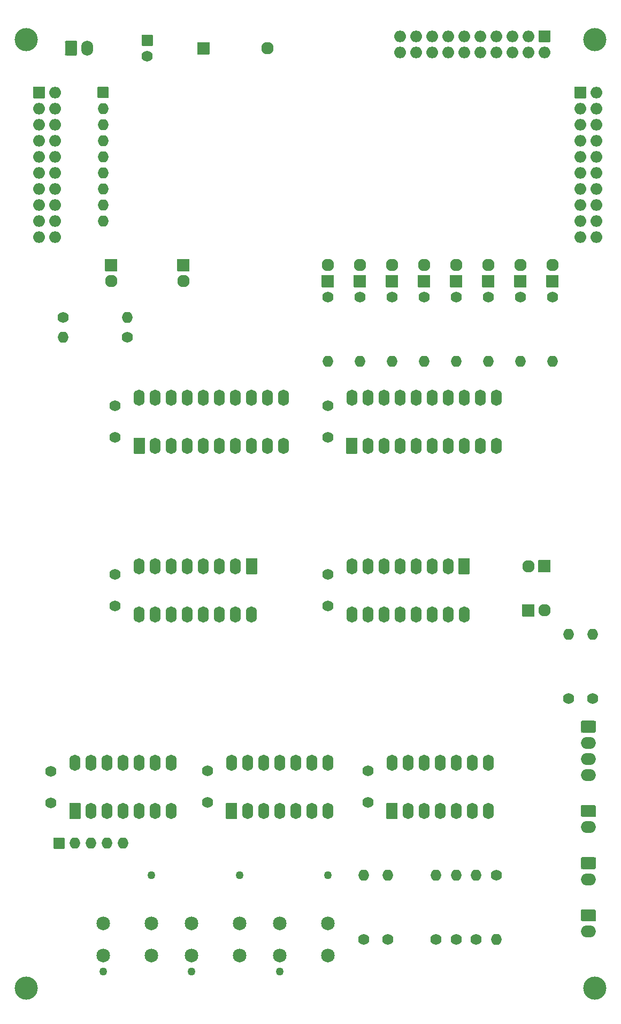
<source format=gbr>
G04 #@! TF.GenerationSoftware,KiCad,Pcbnew,(5.1.7)-1*
G04 #@! TF.CreationDate,2020-12-22T22:20:37+01:00*
G04 #@! TF.ProjectId,Akku,416b6b75-2e6b-4696-9361-645f70636258,rev?*
G04 #@! TF.SameCoordinates,Original*
G04 #@! TF.FileFunction,Soldermask,Top*
G04 #@! TF.FilePolarity,Negative*
%FSLAX46Y46*%
G04 Gerber Fmt 4.6, Leading zero omitted, Abs format (unit mm)*
G04 Created by KiCad (PCBNEW (5.1.7)-1) date 2020-12-22 22:20:37*
%MOMM*%
%LPD*%
G01*
G04 APERTURE LIST*
%ADD10O,1.760000X1.760000*%
%ADD11C,3.660000*%
%ADD12O,2.350000X1.900000*%
%ADD13O,1.960000X1.960000*%
%ADD14C,1.760000*%
%ADD15O,1.860000X1.860000*%
%ADD16C,1.960000*%
%ADD17O,1.900000X2.350000*%
%ADD18C,2.160000*%
%ADD19C,1.260000*%
%ADD20O,1.760000X2.560000*%
%ADD21C,0.100000*%
G04 APERTURE END LIST*
D10*
X62865000Y-81915000D03*
X62865000Y-79375000D03*
X62865000Y-76835000D03*
X62865000Y-74295000D03*
X62865000Y-71755000D03*
X62865000Y-69215000D03*
X62865000Y-66675000D03*
X62865000Y-64135000D03*
G36*
G01*
X62065000Y-60715000D02*
X63665000Y-60715000D01*
G75*
G02*
X63745000Y-60795000I0J-80000D01*
G01*
X63745000Y-62395000D01*
G75*
G02*
X63665000Y-62475000I-80000J0D01*
G01*
X62065000Y-62475000D01*
G75*
G02*
X61985000Y-62395000I0J80000D01*
G01*
X61985000Y-60795000D01*
G75*
G02*
X62065000Y-60715000I80000J0D01*
G01*
G37*
D11*
X50720000Y-203260000D03*
X140720000Y-203260000D03*
X140720000Y-53260000D03*
X50720000Y-53260000D03*
D12*
X139700000Y-186055000D03*
G36*
G01*
X138797987Y-182565000D02*
X140602013Y-182565000D01*
G75*
G02*
X140875000Y-182837987I0J-272987D01*
G01*
X140875000Y-184192013D01*
G75*
G02*
X140602013Y-184465000I-272987J0D01*
G01*
X138797987Y-184465000D01*
G75*
G02*
X138525000Y-184192013I0J272987D01*
G01*
X138525000Y-182837987D01*
G75*
G02*
X138797987Y-182565000I272987J0D01*
G01*
G37*
X139700000Y-194310000D03*
G36*
G01*
X138797987Y-190820000D02*
X140602013Y-190820000D01*
G75*
G02*
X140875000Y-191092987I0J-272987D01*
G01*
X140875000Y-192447013D01*
G75*
G02*
X140602013Y-192720000I-272987J0D01*
G01*
X138797987Y-192720000D01*
G75*
G02*
X138525000Y-192447013I0J272987D01*
G01*
X138525000Y-191092987D01*
G75*
G02*
X138797987Y-190820000I272987J0D01*
G01*
G37*
D13*
X88900000Y-54610000D03*
G36*
G01*
X77760000Y-55510000D02*
X77760000Y-53710000D01*
G75*
G02*
X77840000Y-53630000I80000J0D01*
G01*
X79640000Y-53630000D01*
G75*
G02*
X79720000Y-53710000I0J-80000D01*
G01*
X79720000Y-55510000D01*
G75*
G02*
X79640000Y-55590000I-80000J0D01*
G01*
X77840000Y-55590000D01*
G75*
G02*
X77760000Y-55510000I0J80000D01*
G01*
G37*
D14*
X104775000Y-168910000D03*
X104775000Y-173910000D03*
X54610000Y-168990000D03*
X54610000Y-173990000D03*
X64770000Y-111125000D03*
X64770000Y-116125000D03*
X98425000Y-137795000D03*
X98425000Y-142795000D03*
X64770000Y-142795000D03*
X64770000Y-137795000D03*
X98425000Y-111125000D03*
X98425000Y-116125000D03*
X69850000Y-55840000D03*
G36*
G01*
X69050000Y-52460000D02*
X70650000Y-52460000D01*
G75*
G02*
X70730000Y-52540000I0J-80000D01*
G01*
X70730000Y-54140000D01*
G75*
G02*
X70650000Y-54220000I-80000J0D01*
G01*
X69050000Y-54220000D01*
G75*
G02*
X68970000Y-54140000I0J80000D01*
G01*
X68970000Y-52540000D01*
G75*
G02*
X69050000Y-52460000I80000J0D01*
G01*
G37*
X79375000Y-168910000D03*
X79375000Y-173910000D03*
D15*
X55245000Y-84455000D03*
X52705000Y-84455000D03*
X55245000Y-81915000D03*
X52705000Y-81915000D03*
X55245000Y-79375000D03*
X52705000Y-79375000D03*
X55245000Y-76835000D03*
X52705000Y-76835000D03*
X55245000Y-74295000D03*
X52705000Y-74295000D03*
X55245000Y-71755000D03*
X52705000Y-71755000D03*
X55245000Y-69215000D03*
X52705000Y-69215000D03*
X55245000Y-66675000D03*
X52705000Y-66675000D03*
X55245000Y-64135000D03*
X52705000Y-64135000D03*
X55245000Y-61595000D03*
G36*
G01*
X51775000Y-62445000D02*
X51775000Y-60745000D01*
G75*
G02*
X51855000Y-60665000I80000J0D01*
G01*
X53555000Y-60665000D01*
G75*
G02*
X53635000Y-60745000I0J-80000D01*
G01*
X53635000Y-62445000D01*
G75*
G02*
X53555000Y-62525000I-80000J0D01*
G01*
X51855000Y-62525000D01*
G75*
G02*
X51775000Y-62445000I0J80000D01*
G01*
G37*
X109855000Y-55245000D03*
X109855000Y-52705000D03*
X112395000Y-55245000D03*
X112395000Y-52705000D03*
X114935000Y-55245000D03*
X114935000Y-52705000D03*
X117475000Y-55245000D03*
X117475000Y-52705000D03*
X120015000Y-55245000D03*
X120015000Y-52705000D03*
X122555000Y-55245000D03*
X122555000Y-52705000D03*
X125095000Y-55245000D03*
X125095000Y-52705000D03*
X127635000Y-55245000D03*
X127635000Y-52705000D03*
X130175000Y-55245000D03*
X130175000Y-52705000D03*
X132715000Y-55245000D03*
G36*
G01*
X131865000Y-51775000D02*
X133565000Y-51775000D01*
G75*
G02*
X133645000Y-51855000I0J-80000D01*
G01*
X133645000Y-53555000D01*
G75*
G02*
X133565000Y-53635000I-80000J0D01*
G01*
X131865000Y-53635000D01*
G75*
G02*
X131785000Y-53555000I0J80000D01*
G01*
X131785000Y-51855000D01*
G75*
G02*
X131865000Y-51775000I80000J0D01*
G01*
G37*
X140970000Y-84455000D03*
X138430000Y-84455000D03*
X140970000Y-81915000D03*
X138430000Y-81915000D03*
X140970000Y-79375000D03*
X138430000Y-79375000D03*
X140970000Y-76835000D03*
X138430000Y-76835000D03*
X140970000Y-74295000D03*
X138430000Y-74295000D03*
X140970000Y-71755000D03*
X138430000Y-71755000D03*
X140970000Y-69215000D03*
X138430000Y-69215000D03*
X140970000Y-66675000D03*
X138430000Y-66675000D03*
X140970000Y-64135000D03*
X138430000Y-64135000D03*
X140970000Y-61595000D03*
G36*
G01*
X137500000Y-62445000D02*
X137500000Y-60745000D01*
G75*
G02*
X137580000Y-60665000I80000J0D01*
G01*
X139280000Y-60665000D01*
G75*
G02*
X139360000Y-60745000I0J-80000D01*
G01*
X139360000Y-62445000D01*
G75*
G02*
X139280000Y-62525000I-80000J0D01*
G01*
X137580000Y-62525000D01*
G75*
G02*
X137500000Y-62445000I0J80000D01*
G01*
G37*
D10*
X133985000Y-104140000D03*
D14*
X133985000Y-93980000D03*
D10*
X128905000Y-104140000D03*
D14*
X128905000Y-93980000D03*
D10*
X123825000Y-104140000D03*
D14*
X123825000Y-93980000D03*
D10*
X118745000Y-104140000D03*
D14*
X118745000Y-93980000D03*
D10*
X113665000Y-104140000D03*
D14*
X113665000Y-93980000D03*
D10*
X108585000Y-104140000D03*
D14*
X108585000Y-93980000D03*
D10*
X103505000Y-104140000D03*
D14*
X103505000Y-93980000D03*
D10*
X66675000Y-97155000D03*
D14*
X56515000Y-97155000D03*
D10*
X98425000Y-104140000D03*
D14*
X98425000Y-93980000D03*
D10*
X125095000Y-195580000D03*
D14*
X125095000Y-185420000D03*
D10*
X140335000Y-147320000D03*
D14*
X140335000Y-157480000D03*
D10*
X136525000Y-147320000D03*
D14*
X136525000Y-157480000D03*
D10*
X56515000Y-100330000D03*
D14*
X66675000Y-100330000D03*
D10*
X104140000Y-185420000D03*
D14*
X104140000Y-195580000D03*
D10*
X107950000Y-185420000D03*
D14*
X107950000Y-195580000D03*
D16*
X133985000Y-88900000D03*
G36*
G01*
X134885000Y-92420000D02*
X133085000Y-92420000D01*
G75*
G02*
X133005000Y-92340000I0J80000D01*
G01*
X133005000Y-90540000D01*
G75*
G02*
X133085000Y-90460000I80000J0D01*
G01*
X134885000Y-90460000D01*
G75*
G02*
X134965000Y-90540000I0J-80000D01*
G01*
X134965000Y-92340000D01*
G75*
G02*
X134885000Y-92420000I-80000J0D01*
G01*
G37*
X128905000Y-88900000D03*
G36*
G01*
X129805000Y-92420000D02*
X128005000Y-92420000D01*
G75*
G02*
X127925000Y-92340000I0J80000D01*
G01*
X127925000Y-90540000D01*
G75*
G02*
X128005000Y-90460000I80000J0D01*
G01*
X129805000Y-90460000D01*
G75*
G02*
X129885000Y-90540000I0J-80000D01*
G01*
X129885000Y-92340000D01*
G75*
G02*
X129805000Y-92420000I-80000J0D01*
G01*
G37*
X123825000Y-88900000D03*
G36*
G01*
X124725000Y-92420000D02*
X122925000Y-92420000D01*
G75*
G02*
X122845000Y-92340000I0J80000D01*
G01*
X122845000Y-90540000D01*
G75*
G02*
X122925000Y-90460000I80000J0D01*
G01*
X124725000Y-90460000D01*
G75*
G02*
X124805000Y-90540000I0J-80000D01*
G01*
X124805000Y-92340000D01*
G75*
G02*
X124725000Y-92420000I-80000J0D01*
G01*
G37*
X118745000Y-88900000D03*
G36*
G01*
X119645000Y-92420000D02*
X117845000Y-92420000D01*
G75*
G02*
X117765000Y-92340000I0J80000D01*
G01*
X117765000Y-90540000D01*
G75*
G02*
X117845000Y-90460000I80000J0D01*
G01*
X119645000Y-90460000D01*
G75*
G02*
X119725000Y-90540000I0J-80000D01*
G01*
X119725000Y-92340000D01*
G75*
G02*
X119645000Y-92420000I-80000J0D01*
G01*
G37*
X113665000Y-88900000D03*
G36*
G01*
X114565000Y-92420000D02*
X112765000Y-92420000D01*
G75*
G02*
X112685000Y-92340000I0J80000D01*
G01*
X112685000Y-90540000D01*
G75*
G02*
X112765000Y-90460000I80000J0D01*
G01*
X114565000Y-90460000D01*
G75*
G02*
X114645000Y-90540000I0J-80000D01*
G01*
X114645000Y-92340000D01*
G75*
G02*
X114565000Y-92420000I-80000J0D01*
G01*
G37*
X64135000Y-91440000D03*
G36*
G01*
X63235000Y-87920000D02*
X65035000Y-87920000D01*
G75*
G02*
X65115000Y-88000000I0J-80000D01*
G01*
X65115000Y-89800000D01*
G75*
G02*
X65035000Y-89880000I-80000J0D01*
G01*
X63235000Y-89880000D01*
G75*
G02*
X63155000Y-89800000I0J80000D01*
G01*
X63155000Y-88000000D01*
G75*
G02*
X63235000Y-87920000I80000J0D01*
G01*
G37*
X108585000Y-88900000D03*
G36*
G01*
X109485000Y-92420000D02*
X107685000Y-92420000D01*
G75*
G02*
X107605000Y-92340000I0J80000D01*
G01*
X107605000Y-90540000D01*
G75*
G02*
X107685000Y-90460000I80000J0D01*
G01*
X109485000Y-90460000D01*
G75*
G02*
X109565000Y-90540000I0J-80000D01*
G01*
X109565000Y-92340000D01*
G75*
G02*
X109485000Y-92420000I-80000J0D01*
G01*
G37*
X103505000Y-88900000D03*
G36*
G01*
X104405000Y-92420000D02*
X102605000Y-92420000D01*
G75*
G02*
X102525000Y-92340000I0J80000D01*
G01*
X102525000Y-90540000D01*
G75*
G02*
X102605000Y-90460000I80000J0D01*
G01*
X104405000Y-90460000D01*
G75*
G02*
X104485000Y-90540000I0J-80000D01*
G01*
X104485000Y-92340000D01*
G75*
G02*
X104405000Y-92420000I-80000J0D01*
G01*
G37*
X98425000Y-88900000D03*
G36*
G01*
X99325000Y-92420000D02*
X97525000Y-92420000D01*
G75*
G02*
X97445000Y-92340000I0J80000D01*
G01*
X97445000Y-90540000D01*
G75*
G02*
X97525000Y-90460000I80000J0D01*
G01*
X99325000Y-90460000D01*
G75*
G02*
X99405000Y-90540000I0J-80000D01*
G01*
X99405000Y-92340000D01*
G75*
G02*
X99325000Y-92420000I-80000J0D01*
G01*
G37*
G36*
G01*
X133695000Y-135625000D02*
X133695000Y-137425000D01*
G75*
G02*
X133615000Y-137505000I-80000J0D01*
G01*
X131815000Y-137505000D01*
G75*
G02*
X131735000Y-137425000I0J80000D01*
G01*
X131735000Y-135625000D01*
G75*
G02*
X131815000Y-135545000I80000J0D01*
G01*
X133615000Y-135545000D01*
G75*
G02*
X133695000Y-135625000I0J-80000D01*
G01*
G37*
X130175000Y-136525000D03*
G36*
G01*
X129195000Y-144410000D02*
X129195000Y-142610000D01*
G75*
G02*
X129275000Y-142530000I80000J0D01*
G01*
X131075000Y-142530000D01*
G75*
G02*
X131155000Y-142610000I0J-80000D01*
G01*
X131155000Y-144410000D01*
G75*
G02*
X131075000Y-144490000I-80000J0D01*
G01*
X129275000Y-144490000D01*
G75*
G02*
X129195000Y-144410000I0J80000D01*
G01*
G37*
X132715000Y-143510000D03*
X75565000Y-91440000D03*
G36*
G01*
X74665000Y-87920000D02*
X76465000Y-87920000D01*
G75*
G02*
X76545000Y-88000000I0J-80000D01*
G01*
X76545000Y-89800000D01*
G75*
G02*
X76465000Y-89880000I-80000J0D01*
G01*
X74665000Y-89880000D01*
G75*
G02*
X74585000Y-89800000I0J80000D01*
G01*
X74585000Y-88000000D01*
G75*
G02*
X74665000Y-87920000I80000J0D01*
G01*
G37*
D12*
X139700000Y-177800000D03*
G36*
G01*
X138797987Y-174310000D02*
X140602013Y-174310000D01*
G75*
G02*
X140875000Y-174582987I0J-272987D01*
G01*
X140875000Y-175937013D01*
G75*
G02*
X140602013Y-176210000I-272987J0D01*
G01*
X138797987Y-176210000D01*
G75*
G02*
X138525000Y-175937013I0J272987D01*
G01*
X138525000Y-174582987D01*
G75*
G02*
X138797987Y-174310000I272987J0D01*
G01*
G37*
X139700000Y-169545000D03*
X139700000Y-167005000D03*
X139700000Y-164465000D03*
G36*
G01*
X138797987Y-160975000D02*
X140602013Y-160975000D01*
G75*
G02*
X140875000Y-161247987I0J-272987D01*
G01*
X140875000Y-162602013D01*
G75*
G02*
X140602013Y-162875000I-272987J0D01*
G01*
X138797987Y-162875000D01*
G75*
G02*
X138525000Y-162602013I0J272987D01*
G01*
X138525000Y-161247987D01*
G75*
G02*
X138797987Y-160975000I272987J0D01*
G01*
G37*
D17*
X60325000Y-54610000D03*
G36*
G01*
X56835000Y-55512013D02*
X56835000Y-53707987D01*
G75*
G02*
X57107987Y-53435000I272987J0D01*
G01*
X58462013Y-53435000D01*
G75*
G02*
X58735000Y-53707987I0J-272987D01*
G01*
X58735000Y-55512013D01*
G75*
G02*
X58462013Y-55785000I-272987J0D01*
G01*
X57107987Y-55785000D01*
G75*
G02*
X56835000Y-55512013I0J272987D01*
G01*
G37*
D18*
X76835000Y-198120000D03*
X76835000Y-193040000D03*
X84455000Y-198120000D03*
D19*
X84455000Y-185420000D03*
X76835000Y-200660000D03*
D18*
X84455000Y-193040000D03*
X62865000Y-198120000D03*
X62865000Y-193040000D03*
X70485000Y-198120000D03*
D19*
X70485000Y-185420000D03*
X62865000Y-200660000D03*
D18*
X70485000Y-193040000D03*
X90805000Y-198120000D03*
X90805000Y-193040000D03*
X98425000Y-198120000D03*
D19*
X98425000Y-185420000D03*
X90805000Y-200660000D03*
D18*
X98425000Y-193040000D03*
D10*
X115570000Y-185420000D03*
D14*
X115570000Y-195580000D03*
D10*
X121920000Y-185420000D03*
D14*
X121920000Y-195580000D03*
D10*
X118745000Y-185420000D03*
D14*
X118745000Y-195580000D03*
D20*
X102235000Y-109855000D03*
X125095000Y-117475000D03*
X104775000Y-109855000D03*
X122555000Y-117475000D03*
X107315000Y-109855000D03*
X120015000Y-117475000D03*
X109855000Y-109855000D03*
X117475000Y-117475000D03*
X112395000Y-109855000D03*
X114935000Y-117475000D03*
X114935000Y-109855000D03*
X112395000Y-117475000D03*
X117475000Y-109855000D03*
X109855000Y-117475000D03*
X120015000Y-109855000D03*
X107315000Y-117475000D03*
X122555000Y-109855000D03*
X104775000Y-117475000D03*
X125095000Y-109855000D03*
G36*
G01*
X103035000Y-118755000D02*
X101435000Y-118755000D01*
G75*
G02*
X101355000Y-118675000I0J80000D01*
G01*
X101355000Y-116275000D01*
G75*
G02*
X101435000Y-116195000I80000J0D01*
G01*
X103035000Y-116195000D01*
G75*
G02*
X103115000Y-116275000I0J-80000D01*
G01*
X103115000Y-118675000D01*
G75*
G02*
X103035000Y-118755000I-80000J0D01*
G01*
G37*
G36*
G01*
X119215000Y-135245000D02*
X120815000Y-135245000D01*
G75*
G02*
X120895000Y-135325000I0J-80000D01*
G01*
X120895000Y-137725000D01*
G75*
G02*
X120815000Y-137805000I-80000J0D01*
G01*
X119215000Y-137805000D01*
G75*
G02*
X119135000Y-137725000I0J80000D01*
G01*
X119135000Y-135325000D01*
G75*
G02*
X119215000Y-135245000I80000J0D01*
G01*
G37*
X102235000Y-144145000D03*
X117475000Y-136525000D03*
X104775000Y-144145000D03*
X114935000Y-136525000D03*
X107315000Y-144145000D03*
X112395000Y-136525000D03*
X109855000Y-144145000D03*
X109855000Y-136525000D03*
X112395000Y-144145000D03*
X107315000Y-136525000D03*
X114935000Y-144145000D03*
X104775000Y-136525000D03*
X117475000Y-144145000D03*
X102235000Y-136525000D03*
X120015000Y-144145000D03*
X68580000Y-109855000D03*
X91440000Y-117475000D03*
X71120000Y-109855000D03*
X88900000Y-117475000D03*
X73660000Y-109855000D03*
X86360000Y-117475000D03*
X76200000Y-109855000D03*
X83820000Y-117475000D03*
X78740000Y-109855000D03*
X81280000Y-117475000D03*
X81280000Y-109855000D03*
X78740000Y-117475000D03*
X83820000Y-109855000D03*
X76200000Y-117475000D03*
X86360000Y-109855000D03*
X73660000Y-117475000D03*
X88900000Y-109855000D03*
X71120000Y-117475000D03*
X91440000Y-109855000D03*
G36*
G01*
X69380000Y-118755000D02*
X67780000Y-118755000D01*
G75*
G02*
X67700000Y-118675000I0J80000D01*
G01*
X67700000Y-116275000D01*
G75*
G02*
X67780000Y-116195000I80000J0D01*
G01*
X69380000Y-116195000D01*
G75*
G02*
X69460000Y-116275000I0J-80000D01*
G01*
X69460000Y-118675000D01*
G75*
G02*
X69380000Y-118755000I-80000J0D01*
G01*
G37*
X86360000Y-144145000D03*
X68580000Y-136525000D03*
X83820000Y-144145000D03*
X71120000Y-136525000D03*
X81280000Y-144145000D03*
X73660000Y-136525000D03*
X78740000Y-144145000D03*
X76200000Y-136525000D03*
X76200000Y-144145000D03*
X78740000Y-136525000D03*
X73660000Y-144145000D03*
X81280000Y-136525000D03*
X71120000Y-144145000D03*
X83820000Y-136525000D03*
X68580000Y-144145000D03*
G36*
G01*
X85560000Y-135245000D02*
X87160000Y-135245000D01*
G75*
G02*
X87240000Y-135325000I0J-80000D01*
G01*
X87240000Y-137725000D01*
G75*
G02*
X87160000Y-137805000I-80000J0D01*
G01*
X85560000Y-137805000D01*
G75*
G02*
X85480000Y-137725000I0J80000D01*
G01*
X85480000Y-135325000D01*
G75*
G02*
X85560000Y-135245000I80000J0D01*
G01*
G37*
X83185000Y-167640000D03*
X98425000Y-175260000D03*
X85725000Y-167640000D03*
X95885000Y-175260000D03*
X88265000Y-167640000D03*
X93345000Y-175260000D03*
X90805000Y-167640000D03*
X90805000Y-175260000D03*
X93345000Y-167640000D03*
X88265000Y-175260000D03*
X95885000Y-167640000D03*
X85725000Y-175260000D03*
X98425000Y-167640000D03*
G36*
G01*
X83985000Y-176540000D02*
X82385000Y-176540000D01*
G75*
G02*
X82305000Y-176460000I0J80000D01*
G01*
X82305000Y-174060000D01*
G75*
G02*
X82385000Y-173980000I80000J0D01*
G01*
X83985000Y-173980000D01*
G75*
G02*
X84065000Y-174060000I0J-80000D01*
G01*
X84065000Y-176460000D01*
G75*
G02*
X83985000Y-176540000I-80000J0D01*
G01*
G37*
X58420000Y-167640000D03*
X73660000Y-175260000D03*
X60960000Y-167640000D03*
X71120000Y-175260000D03*
X63500000Y-167640000D03*
X68580000Y-175260000D03*
X66040000Y-167640000D03*
X66040000Y-175260000D03*
X68580000Y-167640000D03*
X63500000Y-175260000D03*
X71120000Y-167640000D03*
X60960000Y-175260000D03*
X73660000Y-167640000D03*
G36*
G01*
X59220000Y-176540000D02*
X57620000Y-176540000D01*
G75*
G02*
X57540000Y-176460000I0J80000D01*
G01*
X57540000Y-174060000D01*
G75*
G02*
X57620000Y-173980000I80000J0D01*
G01*
X59220000Y-173980000D01*
G75*
G02*
X59300000Y-174060000I0J-80000D01*
G01*
X59300000Y-176460000D01*
G75*
G02*
X59220000Y-176540000I-80000J0D01*
G01*
G37*
X108585000Y-167640000D03*
X123825000Y-175260000D03*
X111125000Y-167640000D03*
X121285000Y-175260000D03*
X113665000Y-167640000D03*
X118745000Y-175260000D03*
X116205000Y-167640000D03*
X116205000Y-175260000D03*
X118745000Y-167640000D03*
X113665000Y-175260000D03*
X121285000Y-167640000D03*
X111125000Y-175260000D03*
X123825000Y-167640000D03*
G36*
G01*
X109385000Y-176540000D02*
X107785000Y-176540000D01*
G75*
G02*
X107705000Y-176460000I0J80000D01*
G01*
X107705000Y-174060000D01*
G75*
G02*
X107785000Y-173980000I80000J0D01*
G01*
X109385000Y-173980000D01*
G75*
G02*
X109465000Y-174060000I0J-80000D01*
G01*
X109465000Y-176460000D01*
G75*
G02*
X109385000Y-176540000I-80000J0D01*
G01*
G37*
G36*
G01*
X55000000Y-181140000D02*
X55000000Y-179540000D01*
G75*
G02*
X55080000Y-179460000I80000J0D01*
G01*
X56680000Y-179460000D01*
G75*
G02*
X56760000Y-179540000I0J-80000D01*
G01*
X56760000Y-181140000D01*
G75*
G02*
X56680000Y-181220000I-80000J0D01*
G01*
X55080000Y-181220000D01*
G75*
G02*
X55000000Y-181140000I0J80000D01*
G01*
G37*
D10*
X58420000Y-180340000D03*
X60960000Y-180340000D03*
X63500000Y-180340000D03*
X66040000Y-180340000D03*
D21*
G36*
X140876165Y-192445387D02*
G01*
X140877000Y-192447013D01*
X140877000Y-192531282D01*
X140876990Y-192531478D01*
X140872882Y-192573190D01*
X140872806Y-192573575D01*
X140862454Y-192607699D01*
X140862304Y-192608061D01*
X140845500Y-192639500D01*
X140845282Y-192639826D01*
X140822664Y-192667387D01*
X140822387Y-192667664D01*
X140794826Y-192690282D01*
X140794500Y-192690500D01*
X140763061Y-192707304D01*
X140762699Y-192707454D01*
X140728575Y-192717806D01*
X140728190Y-192717882D01*
X140686478Y-192721990D01*
X140686282Y-192722000D01*
X140602013Y-192722000D01*
X140600281Y-192721000D01*
X140600281Y-192719000D01*
X140601817Y-192718010D01*
X140654875Y-192712785D01*
X140705712Y-192697363D01*
X140752560Y-192672322D01*
X140793623Y-192638623D01*
X140827322Y-192597560D01*
X140852363Y-192550712D01*
X140867785Y-192499875D01*
X140873010Y-192446817D01*
X140874175Y-192445191D01*
X140876165Y-192445387D01*
G37*
G36*
X138526990Y-192446817D02*
G01*
X138532215Y-192499875D01*
X138547637Y-192550712D01*
X138572678Y-192597560D01*
X138606377Y-192638623D01*
X138647440Y-192672322D01*
X138694288Y-192697363D01*
X138745125Y-192712785D01*
X138798183Y-192718010D01*
X138799809Y-192719175D01*
X138799613Y-192721165D01*
X138797987Y-192722000D01*
X138713718Y-192722000D01*
X138713522Y-192721990D01*
X138671810Y-192717882D01*
X138671425Y-192717806D01*
X138637301Y-192707454D01*
X138636939Y-192707304D01*
X138605500Y-192690500D01*
X138605174Y-192690282D01*
X138577613Y-192667664D01*
X138577336Y-192667387D01*
X138554718Y-192639826D01*
X138554500Y-192639500D01*
X138537696Y-192608061D01*
X138537546Y-192607699D01*
X138527194Y-192573575D01*
X138527118Y-192573190D01*
X138523010Y-192531478D01*
X138523000Y-192531282D01*
X138523000Y-192447013D01*
X138524000Y-192445281D01*
X138526000Y-192445281D01*
X138526990Y-192446817D01*
G37*
G36*
X138799719Y-190819000D02*
G01*
X138799719Y-190821000D01*
X138798183Y-190821990D01*
X138745125Y-190827215D01*
X138694288Y-190842637D01*
X138647440Y-190867678D01*
X138606377Y-190901377D01*
X138572678Y-190942440D01*
X138547637Y-190989288D01*
X138532215Y-191040125D01*
X138526990Y-191093183D01*
X138525825Y-191094809D01*
X138523835Y-191094613D01*
X138523000Y-191092987D01*
X138523000Y-191008718D01*
X138523010Y-191008522D01*
X138527118Y-190966810D01*
X138527194Y-190966425D01*
X138537546Y-190932301D01*
X138537696Y-190931939D01*
X138554500Y-190900500D01*
X138554718Y-190900174D01*
X138577336Y-190872613D01*
X138577613Y-190872336D01*
X138605174Y-190849718D01*
X138605500Y-190849500D01*
X138636939Y-190832696D01*
X138637301Y-190832546D01*
X138671425Y-190822194D01*
X138671810Y-190822118D01*
X138713522Y-190818010D01*
X138713718Y-190818000D01*
X138797987Y-190818000D01*
X138799719Y-190819000D01*
G37*
G36*
X140686478Y-190818010D02*
G01*
X140728190Y-190822118D01*
X140728575Y-190822194D01*
X140762699Y-190832546D01*
X140763061Y-190832696D01*
X140794500Y-190849500D01*
X140794826Y-190849718D01*
X140822387Y-190872336D01*
X140822664Y-190872613D01*
X140845282Y-190900174D01*
X140845500Y-190900500D01*
X140862304Y-190931939D01*
X140862454Y-190932301D01*
X140872806Y-190966425D01*
X140872882Y-190966810D01*
X140876990Y-191008522D01*
X140877000Y-191008718D01*
X140877000Y-191092987D01*
X140876000Y-191094719D01*
X140874000Y-191094719D01*
X140873010Y-191093183D01*
X140867785Y-191040125D01*
X140852363Y-190989288D01*
X140827322Y-190942440D01*
X140793623Y-190901377D01*
X140752560Y-190867678D01*
X140705712Y-190842637D01*
X140654875Y-190827215D01*
X140601817Y-190821990D01*
X140600191Y-190820825D01*
X140600387Y-190818835D01*
X140602013Y-190818000D01*
X140686282Y-190818000D01*
X140686478Y-190818010D01*
G37*
G36*
X140876165Y-184190387D02*
G01*
X140877000Y-184192013D01*
X140877000Y-184276282D01*
X140876990Y-184276478D01*
X140872882Y-184318190D01*
X140872806Y-184318575D01*
X140862454Y-184352699D01*
X140862304Y-184353061D01*
X140845500Y-184384500D01*
X140845282Y-184384826D01*
X140822664Y-184412387D01*
X140822387Y-184412664D01*
X140794826Y-184435282D01*
X140794500Y-184435500D01*
X140763061Y-184452304D01*
X140762699Y-184452454D01*
X140728575Y-184462806D01*
X140728190Y-184462882D01*
X140686478Y-184466990D01*
X140686282Y-184467000D01*
X140602013Y-184467000D01*
X140600281Y-184466000D01*
X140600281Y-184464000D01*
X140601817Y-184463010D01*
X140654875Y-184457785D01*
X140705712Y-184442363D01*
X140752560Y-184417322D01*
X140793623Y-184383623D01*
X140827322Y-184342560D01*
X140852363Y-184295712D01*
X140867785Y-184244875D01*
X140873010Y-184191817D01*
X140874175Y-184190191D01*
X140876165Y-184190387D01*
G37*
G36*
X138526990Y-184191817D02*
G01*
X138532215Y-184244875D01*
X138547637Y-184295712D01*
X138572678Y-184342560D01*
X138606377Y-184383623D01*
X138647440Y-184417322D01*
X138694288Y-184442363D01*
X138745125Y-184457785D01*
X138798183Y-184463010D01*
X138799809Y-184464175D01*
X138799613Y-184466165D01*
X138797987Y-184467000D01*
X138713718Y-184467000D01*
X138713522Y-184466990D01*
X138671810Y-184462882D01*
X138671425Y-184462806D01*
X138637301Y-184452454D01*
X138636939Y-184452304D01*
X138605500Y-184435500D01*
X138605174Y-184435282D01*
X138577613Y-184412664D01*
X138577336Y-184412387D01*
X138554718Y-184384826D01*
X138554500Y-184384500D01*
X138537696Y-184353061D01*
X138537546Y-184352699D01*
X138527194Y-184318575D01*
X138527118Y-184318190D01*
X138523010Y-184276478D01*
X138523000Y-184276282D01*
X138523000Y-184192013D01*
X138524000Y-184190281D01*
X138526000Y-184190281D01*
X138526990Y-184191817D01*
G37*
G36*
X138799719Y-182564000D02*
G01*
X138799719Y-182566000D01*
X138798183Y-182566990D01*
X138745125Y-182572215D01*
X138694288Y-182587637D01*
X138647440Y-182612678D01*
X138606377Y-182646377D01*
X138572678Y-182687440D01*
X138547637Y-182734288D01*
X138532215Y-182785125D01*
X138526990Y-182838183D01*
X138525825Y-182839809D01*
X138523835Y-182839613D01*
X138523000Y-182837987D01*
X138523000Y-182753718D01*
X138523010Y-182753522D01*
X138527118Y-182711810D01*
X138527194Y-182711425D01*
X138537546Y-182677301D01*
X138537696Y-182676939D01*
X138554500Y-182645500D01*
X138554718Y-182645174D01*
X138577336Y-182617613D01*
X138577613Y-182617336D01*
X138605174Y-182594718D01*
X138605500Y-182594500D01*
X138636939Y-182577696D01*
X138637301Y-182577546D01*
X138671425Y-182567194D01*
X138671810Y-182567118D01*
X138713522Y-182563010D01*
X138713718Y-182563000D01*
X138797987Y-182563000D01*
X138799719Y-182564000D01*
G37*
G36*
X140686478Y-182563010D02*
G01*
X140728190Y-182567118D01*
X140728575Y-182567194D01*
X140762699Y-182577546D01*
X140763061Y-182577696D01*
X140794500Y-182594500D01*
X140794826Y-182594718D01*
X140822387Y-182617336D01*
X140822664Y-182617613D01*
X140845282Y-182645174D01*
X140845500Y-182645500D01*
X140862304Y-182676939D01*
X140862454Y-182677301D01*
X140872806Y-182711425D01*
X140872882Y-182711810D01*
X140876990Y-182753522D01*
X140877000Y-182753718D01*
X140877000Y-182837987D01*
X140876000Y-182839719D01*
X140874000Y-182839719D01*
X140873010Y-182838183D01*
X140867785Y-182785125D01*
X140852363Y-182734288D01*
X140827322Y-182687440D01*
X140793623Y-182646377D01*
X140752560Y-182612678D01*
X140705712Y-182587637D01*
X140654875Y-182572215D01*
X140601817Y-182566990D01*
X140600191Y-182565825D01*
X140600387Y-182563835D01*
X140602013Y-182563000D01*
X140686282Y-182563000D01*
X140686478Y-182563010D01*
G37*
G36*
X140876165Y-175935387D02*
G01*
X140877000Y-175937013D01*
X140877000Y-176021282D01*
X140876990Y-176021478D01*
X140872882Y-176063190D01*
X140872806Y-176063575D01*
X140862454Y-176097699D01*
X140862304Y-176098061D01*
X140845500Y-176129500D01*
X140845282Y-176129826D01*
X140822664Y-176157387D01*
X140822387Y-176157664D01*
X140794826Y-176180282D01*
X140794500Y-176180500D01*
X140763061Y-176197304D01*
X140762699Y-176197454D01*
X140728575Y-176207806D01*
X140728190Y-176207882D01*
X140686478Y-176211990D01*
X140686282Y-176212000D01*
X140602013Y-176212000D01*
X140600281Y-176211000D01*
X140600281Y-176209000D01*
X140601817Y-176208010D01*
X140654875Y-176202785D01*
X140705712Y-176187363D01*
X140752560Y-176162322D01*
X140793623Y-176128623D01*
X140827322Y-176087560D01*
X140852363Y-176040712D01*
X140867785Y-175989875D01*
X140873010Y-175936817D01*
X140874175Y-175935191D01*
X140876165Y-175935387D01*
G37*
G36*
X138526990Y-175936817D02*
G01*
X138532215Y-175989875D01*
X138547637Y-176040712D01*
X138572678Y-176087560D01*
X138606377Y-176128623D01*
X138647440Y-176162322D01*
X138694288Y-176187363D01*
X138745125Y-176202785D01*
X138798183Y-176208010D01*
X138799809Y-176209175D01*
X138799613Y-176211165D01*
X138797987Y-176212000D01*
X138713718Y-176212000D01*
X138713522Y-176211990D01*
X138671810Y-176207882D01*
X138671425Y-176207806D01*
X138637301Y-176197454D01*
X138636939Y-176197304D01*
X138605500Y-176180500D01*
X138605174Y-176180282D01*
X138577613Y-176157664D01*
X138577336Y-176157387D01*
X138554718Y-176129826D01*
X138554500Y-176129500D01*
X138537696Y-176098061D01*
X138537546Y-176097699D01*
X138527194Y-176063575D01*
X138527118Y-176063190D01*
X138523010Y-176021478D01*
X138523000Y-176021282D01*
X138523000Y-175937013D01*
X138524000Y-175935281D01*
X138526000Y-175935281D01*
X138526990Y-175936817D01*
G37*
G36*
X138799719Y-174309000D02*
G01*
X138799719Y-174311000D01*
X138798183Y-174311990D01*
X138745125Y-174317215D01*
X138694288Y-174332637D01*
X138647440Y-174357678D01*
X138606377Y-174391377D01*
X138572678Y-174432440D01*
X138547637Y-174479288D01*
X138532215Y-174530125D01*
X138526990Y-174583183D01*
X138525825Y-174584809D01*
X138523835Y-174584613D01*
X138523000Y-174582987D01*
X138523000Y-174498718D01*
X138523010Y-174498522D01*
X138527118Y-174456810D01*
X138527194Y-174456425D01*
X138537546Y-174422301D01*
X138537696Y-174421939D01*
X138554500Y-174390500D01*
X138554718Y-174390174D01*
X138577336Y-174362613D01*
X138577613Y-174362336D01*
X138605174Y-174339718D01*
X138605500Y-174339500D01*
X138636939Y-174322696D01*
X138637301Y-174322546D01*
X138671425Y-174312194D01*
X138671810Y-174312118D01*
X138713522Y-174308010D01*
X138713718Y-174308000D01*
X138797987Y-174308000D01*
X138799719Y-174309000D01*
G37*
G36*
X140686478Y-174308010D02*
G01*
X140728190Y-174312118D01*
X140728575Y-174312194D01*
X140762699Y-174322546D01*
X140763061Y-174322696D01*
X140794500Y-174339500D01*
X140794826Y-174339718D01*
X140822387Y-174362336D01*
X140822664Y-174362613D01*
X140845282Y-174390174D01*
X140845500Y-174390500D01*
X140862304Y-174421939D01*
X140862454Y-174422301D01*
X140872806Y-174456425D01*
X140872882Y-174456810D01*
X140876990Y-174498522D01*
X140877000Y-174498718D01*
X140877000Y-174582987D01*
X140876000Y-174584719D01*
X140874000Y-174584719D01*
X140873010Y-174583183D01*
X140867785Y-174530125D01*
X140852363Y-174479288D01*
X140827322Y-174432440D01*
X140793623Y-174391377D01*
X140752560Y-174357678D01*
X140705712Y-174332637D01*
X140654875Y-174317215D01*
X140601817Y-174311990D01*
X140600191Y-174310825D01*
X140600387Y-174308835D01*
X140602013Y-174308000D01*
X140686282Y-174308000D01*
X140686478Y-174308010D01*
G37*
G36*
X140876165Y-162600387D02*
G01*
X140877000Y-162602013D01*
X140877000Y-162686282D01*
X140876990Y-162686478D01*
X140872882Y-162728190D01*
X140872806Y-162728575D01*
X140862454Y-162762699D01*
X140862304Y-162763061D01*
X140845500Y-162794500D01*
X140845282Y-162794826D01*
X140822664Y-162822387D01*
X140822387Y-162822664D01*
X140794826Y-162845282D01*
X140794500Y-162845500D01*
X140763061Y-162862304D01*
X140762699Y-162862454D01*
X140728575Y-162872806D01*
X140728190Y-162872882D01*
X140686478Y-162876990D01*
X140686282Y-162877000D01*
X140602013Y-162877000D01*
X140600281Y-162876000D01*
X140600281Y-162874000D01*
X140601817Y-162873010D01*
X140654875Y-162867785D01*
X140705712Y-162852363D01*
X140752560Y-162827322D01*
X140793623Y-162793623D01*
X140827322Y-162752560D01*
X140852363Y-162705712D01*
X140867785Y-162654875D01*
X140873010Y-162601817D01*
X140874175Y-162600191D01*
X140876165Y-162600387D01*
G37*
G36*
X138526990Y-162601817D02*
G01*
X138532215Y-162654875D01*
X138547637Y-162705712D01*
X138572678Y-162752560D01*
X138606377Y-162793623D01*
X138647440Y-162827322D01*
X138694288Y-162852363D01*
X138745125Y-162867785D01*
X138798183Y-162873010D01*
X138799809Y-162874175D01*
X138799613Y-162876165D01*
X138797987Y-162877000D01*
X138713718Y-162877000D01*
X138713522Y-162876990D01*
X138671810Y-162872882D01*
X138671425Y-162872806D01*
X138637301Y-162862454D01*
X138636939Y-162862304D01*
X138605500Y-162845500D01*
X138605174Y-162845282D01*
X138577613Y-162822664D01*
X138577336Y-162822387D01*
X138554718Y-162794826D01*
X138554500Y-162794500D01*
X138537696Y-162763061D01*
X138537546Y-162762699D01*
X138527194Y-162728575D01*
X138527118Y-162728190D01*
X138523010Y-162686478D01*
X138523000Y-162686282D01*
X138523000Y-162602013D01*
X138524000Y-162600281D01*
X138526000Y-162600281D01*
X138526990Y-162601817D01*
G37*
G36*
X138799719Y-160974000D02*
G01*
X138799719Y-160976000D01*
X138798183Y-160976990D01*
X138745125Y-160982215D01*
X138694288Y-160997637D01*
X138647440Y-161022678D01*
X138606377Y-161056377D01*
X138572678Y-161097440D01*
X138547637Y-161144288D01*
X138532215Y-161195125D01*
X138526990Y-161248183D01*
X138525825Y-161249809D01*
X138523835Y-161249613D01*
X138523000Y-161247987D01*
X138523000Y-161163718D01*
X138523010Y-161163522D01*
X138527118Y-161121810D01*
X138527194Y-161121425D01*
X138537546Y-161087301D01*
X138537696Y-161086939D01*
X138554500Y-161055500D01*
X138554718Y-161055174D01*
X138577336Y-161027613D01*
X138577613Y-161027336D01*
X138605174Y-161004718D01*
X138605500Y-161004500D01*
X138636939Y-160987696D01*
X138637301Y-160987546D01*
X138671425Y-160977194D01*
X138671810Y-160977118D01*
X138713522Y-160973010D01*
X138713718Y-160973000D01*
X138797987Y-160973000D01*
X138799719Y-160974000D01*
G37*
G36*
X140686478Y-160973010D02*
G01*
X140728190Y-160977118D01*
X140728575Y-160977194D01*
X140762699Y-160987546D01*
X140763061Y-160987696D01*
X140794500Y-161004500D01*
X140794826Y-161004718D01*
X140822387Y-161027336D01*
X140822664Y-161027613D01*
X140845282Y-161055174D01*
X140845500Y-161055500D01*
X140862304Y-161086939D01*
X140862454Y-161087301D01*
X140872806Y-161121425D01*
X140872882Y-161121810D01*
X140876990Y-161163522D01*
X140877000Y-161163718D01*
X140877000Y-161247987D01*
X140876000Y-161249719D01*
X140874000Y-161249719D01*
X140873010Y-161248183D01*
X140867785Y-161195125D01*
X140852363Y-161144288D01*
X140827322Y-161097440D01*
X140793623Y-161056377D01*
X140752560Y-161022678D01*
X140705712Y-160997637D01*
X140654875Y-160982215D01*
X140601817Y-160976990D01*
X140600191Y-160975825D01*
X140600387Y-160973835D01*
X140602013Y-160973000D01*
X140686282Y-160973000D01*
X140686478Y-160973010D01*
G37*
G36*
X58736165Y-55510387D02*
G01*
X58737000Y-55512013D01*
X58737000Y-55596282D01*
X58736990Y-55596478D01*
X58732882Y-55638190D01*
X58732806Y-55638575D01*
X58722454Y-55672699D01*
X58722304Y-55673061D01*
X58705500Y-55704500D01*
X58705282Y-55704826D01*
X58682664Y-55732387D01*
X58682387Y-55732664D01*
X58654826Y-55755282D01*
X58654500Y-55755500D01*
X58623061Y-55772304D01*
X58622699Y-55772454D01*
X58588575Y-55782806D01*
X58588190Y-55782882D01*
X58546478Y-55786990D01*
X58546282Y-55787000D01*
X58462013Y-55787000D01*
X58460281Y-55786000D01*
X58460281Y-55784000D01*
X58461817Y-55783010D01*
X58514875Y-55777785D01*
X58565712Y-55762363D01*
X58612560Y-55737322D01*
X58653623Y-55703623D01*
X58687322Y-55662560D01*
X58712363Y-55615712D01*
X58727785Y-55564875D01*
X58733010Y-55511817D01*
X58734175Y-55510191D01*
X58736165Y-55510387D01*
G37*
G36*
X56836990Y-55511817D02*
G01*
X56842215Y-55564875D01*
X56857637Y-55615712D01*
X56882678Y-55662560D01*
X56916377Y-55703623D01*
X56957440Y-55737322D01*
X57004288Y-55762363D01*
X57055125Y-55777785D01*
X57108183Y-55783010D01*
X57109809Y-55784175D01*
X57109613Y-55786165D01*
X57107987Y-55787000D01*
X57023718Y-55787000D01*
X57023522Y-55786990D01*
X56981810Y-55782882D01*
X56981425Y-55782806D01*
X56947301Y-55772454D01*
X56946939Y-55772304D01*
X56915500Y-55755500D01*
X56915174Y-55755282D01*
X56887613Y-55732664D01*
X56887336Y-55732387D01*
X56864718Y-55704826D01*
X56864500Y-55704500D01*
X56847696Y-55673061D01*
X56847546Y-55672699D01*
X56837194Y-55638575D01*
X56837118Y-55638190D01*
X56833010Y-55596478D01*
X56833000Y-55596282D01*
X56833000Y-55512013D01*
X56834000Y-55510281D01*
X56836000Y-55510281D01*
X56836990Y-55511817D01*
G37*
G36*
X57109719Y-53434000D02*
G01*
X57109719Y-53436000D01*
X57108183Y-53436990D01*
X57055125Y-53442215D01*
X57004288Y-53457637D01*
X56957440Y-53482678D01*
X56916377Y-53516377D01*
X56882678Y-53557440D01*
X56857637Y-53604288D01*
X56842215Y-53655125D01*
X56836990Y-53708183D01*
X56835825Y-53709809D01*
X56833835Y-53709613D01*
X56833000Y-53707987D01*
X56833000Y-53623718D01*
X56833010Y-53623522D01*
X56837118Y-53581810D01*
X56837194Y-53581425D01*
X56847546Y-53547301D01*
X56847696Y-53546939D01*
X56864500Y-53515500D01*
X56864718Y-53515174D01*
X56887336Y-53487613D01*
X56887613Y-53487336D01*
X56915174Y-53464718D01*
X56915500Y-53464500D01*
X56946939Y-53447696D01*
X56947301Y-53447546D01*
X56981425Y-53437194D01*
X56981810Y-53437118D01*
X57023522Y-53433010D01*
X57023718Y-53433000D01*
X57107987Y-53433000D01*
X57109719Y-53434000D01*
G37*
G36*
X58546478Y-53433010D02*
G01*
X58588190Y-53437118D01*
X58588575Y-53437194D01*
X58622699Y-53447546D01*
X58623061Y-53447696D01*
X58654500Y-53464500D01*
X58654826Y-53464718D01*
X58682387Y-53487336D01*
X58682664Y-53487613D01*
X58705282Y-53515174D01*
X58705500Y-53515500D01*
X58722304Y-53546939D01*
X58722454Y-53547301D01*
X58732806Y-53581425D01*
X58732882Y-53581810D01*
X58736990Y-53623522D01*
X58737000Y-53623718D01*
X58737000Y-53707987D01*
X58736000Y-53709719D01*
X58734000Y-53709719D01*
X58733010Y-53708183D01*
X58727785Y-53655125D01*
X58712363Y-53604288D01*
X58687322Y-53557440D01*
X58653623Y-53516377D01*
X58612560Y-53482678D01*
X58565712Y-53457637D01*
X58514875Y-53442215D01*
X58461817Y-53436990D01*
X58460191Y-53435825D01*
X58460387Y-53433835D01*
X58462013Y-53433000D01*
X58546282Y-53433000D01*
X58546478Y-53433010D01*
G37*
M02*

</source>
